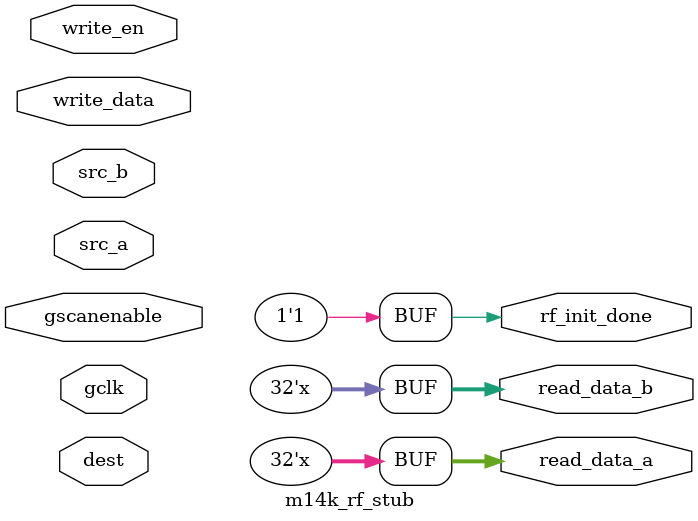
<source format=v>


`include "m14k_const.vh"

module m14k_rf_stub(
	gclk,
	gscanenable,
	src_a,
	src_b,
	dest,
	write_en,
	write_data,
	rf_init_done,
	read_data_a,
	read_data_b);


	//  Inputs 

	input	 gclk;		// Global Clock
	input		gscanenable;	// Global Scanenable

	input [4:0]	src_a;		// source A register
	input [4:0]	src_b;		// source B register

	input [4:0]	dest;		// destination register
	input		write_en;	// write enable
	input [31:0]	write_data;	// write data


	//  Outputs 
	output		rf_init_done;	// only used for consistent s-modules with m14k_rf_srs_gen
	output [31:0]	read_data_a;	// read data A
	output [31:0]	read_data_b;	// read data B

// BEGIN Wire declarations made by MVP
wire rf_init_done;
wire [31:0] /*[31:0]*/ read_data_b;
wire [31:0] /*[31:0]*/ read_data_a;
// END Wire declarations made by MVP


	// End of I/O
  assign rf_init_done = 1'b1;
  assign read_data_a [31:0] = 32'hxxxxxxxx;
  assign read_data_b [31:0] = 32'hxxxxxxxx;

//verilint 240 on  // Unused input
endmodule

</source>
